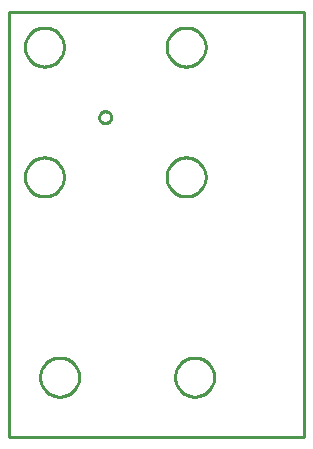
<source format=gbr>
G04 EAGLE Gerber RS-274X export*
G75*
%MOMM*%
%FSLAX34Y34*%
%LPD*%
%IN*%
%IPPOS*%
%AMOC8*
5,1,8,0,0,1.08239X$1,22.5*%
G01*
%ADD10C,0.254000*%


D10*
X0Y0D02*
X250000Y0D01*
X250000Y360000D01*
X0Y360000D01*
X0Y0D01*
X86400Y270219D02*
X86337Y269661D01*
X86212Y269114D01*
X86027Y268584D01*
X85783Y268078D01*
X85484Y267602D01*
X85134Y267163D01*
X84737Y266766D01*
X84298Y266416D01*
X83822Y266117D01*
X83316Y265873D01*
X82786Y265688D01*
X82239Y265563D01*
X81681Y265500D01*
X81119Y265500D01*
X80561Y265563D01*
X80014Y265688D01*
X79484Y265873D01*
X78978Y266117D01*
X78502Y266416D01*
X78063Y266766D01*
X77666Y267163D01*
X77316Y267602D01*
X77017Y268078D01*
X76773Y268584D01*
X76588Y269114D01*
X76463Y269661D01*
X76400Y270219D01*
X76400Y270781D01*
X76463Y271339D01*
X76588Y271886D01*
X76773Y272416D01*
X77017Y272922D01*
X77316Y273398D01*
X77666Y273837D01*
X78063Y274234D01*
X78502Y274584D01*
X78978Y274883D01*
X79484Y275127D01*
X80014Y275312D01*
X80561Y275437D01*
X81119Y275500D01*
X81681Y275500D01*
X82239Y275437D01*
X82786Y275312D01*
X83316Y275127D01*
X83822Y274883D01*
X84298Y274584D01*
X84737Y274234D01*
X85134Y273837D01*
X85484Y273398D01*
X85783Y272922D01*
X86027Y272416D01*
X86212Y271886D01*
X86337Y271339D01*
X86400Y270781D01*
X86400Y270219D01*
X140650Y51040D02*
X140721Y52118D01*
X140862Y53189D01*
X141072Y54249D01*
X141352Y55292D01*
X141699Y56315D01*
X142113Y57313D01*
X142591Y58282D01*
X143131Y59218D01*
X143731Y60116D01*
X144389Y60973D01*
X145101Y61785D01*
X145865Y62549D01*
X146677Y63262D01*
X147534Y63919D01*
X148432Y64519D01*
X149368Y65060D01*
X150337Y65537D01*
X151335Y65951D01*
X152358Y66298D01*
X153401Y66578D01*
X154461Y66788D01*
X155532Y66929D01*
X156610Y67000D01*
X157690Y67000D01*
X158768Y66929D01*
X159839Y66788D01*
X160899Y66578D01*
X161942Y66298D01*
X162965Y65951D01*
X163963Y65537D01*
X164932Y65060D01*
X165868Y64519D01*
X166766Y63919D01*
X167623Y63262D01*
X168435Y62549D01*
X169199Y61785D01*
X169912Y60973D01*
X170569Y60116D01*
X171169Y59218D01*
X171710Y58282D01*
X172187Y57313D01*
X172601Y56315D01*
X172948Y55292D01*
X173228Y54249D01*
X173438Y53189D01*
X173579Y52118D01*
X173650Y51040D01*
X173650Y49960D01*
X173579Y48882D01*
X173438Y47811D01*
X173228Y46751D01*
X172948Y45708D01*
X172601Y44685D01*
X172187Y43687D01*
X171710Y42718D01*
X171169Y41782D01*
X170569Y40884D01*
X169912Y40027D01*
X169199Y39215D01*
X168435Y38451D01*
X167623Y37739D01*
X166766Y37081D01*
X165868Y36481D01*
X164932Y35941D01*
X163963Y35463D01*
X162965Y35049D01*
X161942Y34702D01*
X160899Y34422D01*
X159839Y34212D01*
X158768Y34071D01*
X157690Y34000D01*
X156610Y34000D01*
X155532Y34071D01*
X154461Y34212D01*
X153401Y34422D01*
X152358Y34702D01*
X151335Y35049D01*
X150337Y35463D01*
X149368Y35941D01*
X148432Y36481D01*
X147534Y37081D01*
X146677Y37739D01*
X145865Y38451D01*
X145101Y39215D01*
X144389Y40027D01*
X143731Y40884D01*
X143131Y41782D01*
X142591Y42718D01*
X142113Y43687D01*
X141699Y44685D01*
X141352Y45708D01*
X141072Y46751D01*
X140862Y47811D01*
X140721Y48882D01*
X140650Y49960D01*
X140650Y51040D01*
X26350Y51040D02*
X26421Y52118D01*
X26562Y53189D01*
X26772Y54249D01*
X27052Y55292D01*
X27399Y56315D01*
X27813Y57313D01*
X28291Y58282D01*
X28831Y59218D01*
X29431Y60116D01*
X30089Y60973D01*
X30801Y61785D01*
X31565Y62549D01*
X32377Y63262D01*
X33234Y63919D01*
X34132Y64519D01*
X35068Y65060D01*
X36037Y65537D01*
X37035Y65951D01*
X38058Y66298D01*
X39101Y66578D01*
X40161Y66788D01*
X41232Y66929D01*
X42310Y67000D01*
X43390Y67000D01*
X44468Y66929D01*
X45539Y66788D01*
X46599Y66578D01*
X47642Y66298D01*
X48665Y65951D01*
X49663Y65537D01*
X50632Y65060D01*
X51568Y64519D01*
X52466Y63919D01*
X53323Y63262D01*
X54135Y62549D01*
X54899Y61785D01*
X55612Y60973D01*
X56269Y60116D01*
X56869Y59218D01*
X57410Y58282D01*
X57887Y57313D01*
X58301Y56315D01*
X58648Y55292D01*
X58928Y54249D01*
X59138Y53189D01*
X59279Y52118D01*
X59350Y51040D01*
X59350Y49960D01*
X59279Y48882D01*
X59138Y47811D01*
X58928Y46751D01*
X58648Y45708D01*
X58301Y44685D01*
X57887Y43687D01*
X57410Y42718D01*
X56869Y41782D01*
X56269Y40884D01*
X55612Y40027D01*
X54899Y39215D01*
X54135Y38451D01*
X53323Y37739D01*
X52466Y37081D01*
X51568Y36481D01*
X50632Y35941D01*
X49663Y35463D01*
X48665Y35049D01*
X47642Y34702D01*
X46599Y34422D01*
X45539Y34212D01*
X44468Y34071D01*
X43390Y34000D01*
X42310Y34000D01*
X41232Y34071D01*
X40161Y34212D01*
X39101Y34422D01*
X38058Y34702D01*
X37035Y35049D01*
X36037Y35463D01*
X35068Y35941D01*
X34132Y36481D01*
X33234Y37081D01*
X32377Y37739D01*
X31565Y38451D01*
X30801Y39215D01*
X30089Y40027D01*
X29431Y40884D01*
X28831Y41782D01*
X28291Y42718D01*
X27813Y43687D01*
X27399Y44685D01*
X27052Y45708D01*
X26772Y46751D01*
X26562Y47811D01*
X26421Y48882D01*
X26350Y49960D01*
X26350Y51040D01*
X46510Y329460D02*
X46439Y328381D01*
X46298Y327309D01*
X46087Y326249D01*
X45808Y325205D01*
X45460Y324181D01*
X45046Y323183D01*
X44568Y322213D01*
X44028Y321277D01*
X43427Y320378D01*
X42769Y319521D01*
X42057Y318708D01*
X41292Y317944D01*
X40479Y317231D01*
X39622Y316573D01*
X38723Y315972D01*
X37787Y315432D01*
X36817Y314954D01*
X35819Y314540D01*
X34795Y314192D01*
X33751Y313913D01*
X32691Y313702D01*
X31619Y313561D01*
X30540Y313490D01*
X29460Y313490D01*
X28381Y313561D01*
X27309Y313702D01*
X26249Y313913D01*
X25205Y314192D01*
X24181Y314540D01*
X23183Y314954D01*
X22213Y315432D01*
X21277Y315972D01*
X20378Y316573D01*
X19521Y317231D01*
X18708Y317944D01*
X17944Y318708D01*
X17231Y319521D01*
X16573Y320378D01*
X15972Y321277D01*
X15432Y322213D01*
X14954Y323183D01*
X14540Y324181D01*
X14192Y325205D01*
X13913Y326249D01*
X13702Y327309D01*
X13561Y328381D01*
X13490Y329460D01*
X13490Y330540D01*
X13561Y331619D01*
X13702Y332691D01*
X13913Y333751D01*
X14192Y334795D01*
X14540Y335819D01*
X14954Y336817D01*
X15432Y337787D01*
X15972Y338723D01*
X16573Y339622D01*
X17231Y340479D01*
X17944Y341292D01*
X18708Y342057D01*
X19521Y342769D01*
X20378Y343427D01*
X21277Y344028D01*
X22213Y344568D01*
X23183Y345046D01*
X24181Y345460D01*
X25205Y345808D01*
X26249Y346087D01*
X27309Y346298D01*
X28381Y346439D01*
X29460Y346510D01*
X30540Y346510D01*
X31619Y346439D01*
X32691Y346298D01*
X33751Y346087D01*
X34795Y345808D01*
X35819Y345460D01*
X36817Y345046D01*
X37787Y344568D01*
X38723Y344028D01*
X39622Y343427D01*
X40479Y342769D01*
X41292Y342057D01*
X42057Y341292D01*
X42769Y340479D01*
X43427Y339622D01*
X44028Y338723D01*
X44568Y337787D01*
X45046Y336817D01*
X45460Y335819D01*
X45808Y334795D01*
X46087Y333751D01*
X46298Y332691D01*
X46439Y331619D01*
X46510Y330540D01*
X46510Y329460D01*
X166510Y329460D02*
X166439Y328381D01*
X166298Y327309D01*
X166087Y326249D01*
X165808Y325205D01*
X165460Y324181D01*
X165046Y323183D01*
X164568Y322213D01*
X164028Y321277D01*
X163427Y320378D01*
X162769Y319521D01*
X162057Y318708D01*
X161292Y317944D01*
X160479Y317231D01*
X159622Y316573D01*
X158723Y315972D01*
X157787Y315432D01*
X156817Y314954D01*
X155819Y314540D01*
X154795Y314192D01*
X153751Y313913D01*
X152691Y313702D01*
X151619Y313561D01*
X150540Y313490D01*
X149460Y313490D01*
X148381Y313561D01*
X147309Y313702D01*
X146249Y313913D01*
X145205Y314192D01*
X144181Y314540D01*
X143183Y314954D01*
X142213Y315432D01*
X141277Y315972D01*
X140378Y316573D01*
X139521Y317231D01*
X138708Y317944D01*
X137944Y318708D01*
X137231Y319521D01*
X136573Y320378D01*
X135972Y321277D01*
X135432Y322213D01*
X134954Y323183D01*
X134540Y324181D01*
X134192Y325205D01*
X133913Y326249D01*
X133702Y327309D01*
X133561Y328381D01*
X133490Y329460D01*
X133490Y330540D01*
X133561Y331619D01*
X133702Y332691D01*
X133913Y333751D01*
X134192Y334795D01*
X134540Y335819D01*
X134954Y336817D01*
X135432Y337787D01*
X135972Y338723D01*
X136573Y339622D01*
X137231Y340479D01*
X137944Y341292D01*
X138708Y342057D01*
X139521Y342769D01*
X140378Y343427D01*
X141277Y344028D01*
X142213Y344568D01*
X143183Y345046D01*
X144181Y345460D01*
X145205Y345808D01*
X146249Y346087D01*
X147309Y346298D01*
X148381Y346439D01*
X149460Y346510D01*
X150540Y346510D01*
X151619Y346439D01*
X152691Y346298D01*
X153751Y346087D01*
X154795Y345808D01*
X155819Y345460D01*
X156817Y345046D01*
X157787Y344568D01*
X158723Y344028D01*
X159622Y343427D01*
X160479Y342769D01*
X161292Y342057D01*
X162057Y341292D01*
X162769Y340479D01*
X163427Y339622D01*
X164028Y338723D01*
X164568Y337787D01*
X165046Y336817D01*
X165460Y335819D01*
X165808Y334795D01*
X166087Y333751D01*
X166298Y332691D01*
X166439Y331619D01*
X166510Y330540D01*
X166510Y329460D01*
X46510Y219460D02*
X46439Y218381D01*
X46298Y217309D01*
X46087Y216249D01*
X45808Y215205D01*
X45460Y214181D01*
X45046Y213183D01*
X44568Y212213D01*
X44028Y211277D01*
X43427Y210378D01*
X42769Y209521D01*
X42057Y208708D01*
X41292Y207944D01*
X40479Y207231D01*
X39622Y206573D01*
X38723Y205972D01*
X37787Y205432D01*
X36817Y204954D01*
X35819Y204540D01*
X34795Y204192D01*
X33751Y203913D01*
X32691Y203702D01*
X31619Y203561D01*
X30540Y203490D01*
X29460Y203490D01*
X28381Y203561D01*
X27309Y203702D01*
X26249Y203913D01*
X25205Y204192D01*
X24181Y204540D01*
X23183Y204954D01*
X22213Y205432D01*
X21277Y205972D01*
X20378Y206573D01*
X19521Y207231D01*
X18708Y207944D01*
X17944Y208708D01*
X17231Y209521D01*
X16573Y210378D01*
X15972Y211277D01*
X15432Y212213D01*
X14954Y213183D01*
X14540Y214181D01*
X14192Y215205D01*
X13913Y216249D01*
X13702Y217309D01*
X13561Y218381D01*
X13490Y219460D01*
X13490Y220540D01*
X13561Y221619D01*
X13702Y222691D01*
X13913Y223751D01*
X14192Y224795D01*
X14540Y225819D01*
X14954Y226817D01*
X15432Y227787D01*
X15972Y228723D01*
X16573Y229622D01*
X17231Y230479D01*
X17944Y231292D01*
X18708Y232057D01*
X19521Y232769D01*
X20378Y233427D01*
X21277Y234028D01*
X22213Y234568D01*
X23183Y235046D01*
X24181Y235460D01*
X25205Y235808D01*
X26249Y236087D01*
X27309Y236298D01*
X28381Y236439D01*
X29460Y236510D01*
X30540Y236510D01*
X31619Y236439D01*
X32691Y236298D01*
X33751Y236087D01*
X34795Y235808D01*
X35819Y235460D01*
X36817Y235046D01*
X37787Y234568D01*
X38723Y234028D01*
X39622Y233427D01*
X40479Y232769D01*
X41292Y232057D01*
X42057Y231292D01*
X42769Y230479D01*
X43427Y229622D01*
X44028Y228723D01*
X44568Y227787D01*
X45046Y226817D01*
X45460Y225819D01*
X45808Y224795D01*
X46087Y223751D01*
X46298Y222691D01*
X46439Y221619D01*
X46510Y220540D01*
X46510Y219460D01*
X166510Y219460D02*
X166439Y218381D01*
X166298Y217309D01*
X166087Y216249D01*
X165808Y215205D01*
X165460Y214181D01*
X165046Y213183D01*
X164568Y212213D01*
X164028Y211277D01*
X163427Y210378D01*
X162769Y209521D01*
X162057Y208708D01*
X161292Y207944D01*
X160479Y207231D01*
X159622Y206573D01*
X158723Y205972D01*
X157787Y205432D01*
X156817Y204954D01*
X155819Y204540D01*
X154795Y204192D01*
X153751Y203913D01*
X152691Y203702D01*
X151619Y203561D01*
X150540Y203490D01*
X149460Y203490D01*
X148381Y203561D01*
X147309Y203702D01*
X146249Y203913D01*
X145205Y204192D01*
X144181Y204540D01*
X143183Y204954D01*
X142213Y205432D01*
X141277Y205972D01*
X140378Y206573D01*
X139521Y207231D01*
X138708Y207944D01*
X137944Y208708D01*
X137231Y209521D01*
X136573Y210378D01*
X135972Y211277D01*
X135432Y212213D01*
X134954Y213183D01*
X134540Y214181D01*
X134192Y215205D01*
X133913Y216249D01*
X133702Y217309D01*
X133561Y218381D01*
X133490Y219460D01*
X133490Y220540D01*
X133561Y221619D01*
X133702Y222691D01*
X133913Y223751D01*
X134192Y224795D01*
X134540Y225819D01*
X134954Y226817D01*
X135432Y227787D01*
X135972Y228723D01*
X136573Y229622D01*
X137231Y230479D01*
X137944Y231292D01*
X138708Y232057D01*
X139521Y232769D01*
X140378Y233427D01*
X141277Y234028D01*
X142213Y234568D01*
X143183Y235046D01*
X144181Y235460D01*
X145205Y235808D01*
X146249Y236087D01*
X147309Y236298D01*
X148381Y236439D01*
X149460Y236510D01*
X150540Y236510D01*
X151619Y236439D01*
X152691Y236298D01*
X153751Y236087D01*
X154795Y235808D01*
X155819Y235460D01*
X156817Y235046D01*
X157787Y234568D01*
X158723Y234028D01*
X159622Y233427D01*
X160479Y232769D01*
X161292Y232057D01*
X162057Y231292D01*
X162769Y230479D01*
X163427Y229622D01*
X164028Y228723D01*
X164568Y227787D01*
X165046Y226817D01*
X165460Y225819D01*
X165808Y224795D01*
X166087Y223751D01*
X166298Y222691D01*
X166439Y221619D01*
X166510Y220540D01*
X166510Y219460D01*
M02*

</source>
